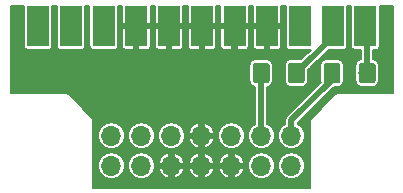
<source format=gbr>
G04 #@! TF.GenerationSoftware,KiCad,Pcbnew,(5.1.2-1)-1*
G04 #@! TF.CreationDate,2019-11-24T12:47:18+01:00*
G04 #@! TF.ProjectId,Amiga_DB23_RGBS_out,416d6967-615f-4444-9232-335f52474253,rev?*
G04 #@! TF.SameCoordinates,Original*
G04 #@! TF.FileFunction,Copper,L2,Bot*
G04 #@! TF.FilePolarity,Positive*
%FSLAX46Y46*%
G04 Gerber Fmt 4.6, Leading zero omitted, Abs format (unit mm)*
G04 Created by KiCad (PCBNEW (5.1.2-1)-1) date 2019-11-24 12:47:18*
%MOMM*%
%LPD*%
G04 APERTURE LIST*
%ADD10C,0.100000*%
%ADD11C,1.425000*%
%ADD12O,1.700000X1.700000*%
%ADD13R,1.846667X3.480000*%
%ADD14C,0.508000*%
%ADD15C,0.152400*%
G04 APERTURE END LIST*
D10*
G36*
X118012004Y-55126204D02*
G01*
X118036273Y-55129804D01*
X118060071Y-55135765D01*
X118083171Y-55144030D01*
X118105349Y-55154520D01*
X118126393Y-55167133D01*
X118146098Y-55181747D01*
X118164277Y-55198223D01*
X118180753Y-55216402D01*
X118195367Y-55236107D01*
X118207980Y-55257151D01*
X118218470Y-55279329D01*
X118226735Y-55302429D01*
X118232696Y-55326227D01*
X118236296Y-55350496D01*
X118237500Y-55375000D01*
X118237500Y-56625000D01*
X118236296Y-56649504D01*
X118232696Y-56673773D01*
X118226735Y-56697571D01*
X118218470Y-56720671D01*
X118207980Y-56742849D01*
X118195367Y-56763893D01*
X118180753Y-56783598D01*
X118164277Y-56801777D01*
X118146098Y-56818253D01*
X118126393Y-56832867D01*
X118105349Y-56845480D01*
X118083171Y-56855970D01*
X118060071Y-56864235D01*
X118036273Y-56870196D01*
X118012004Y-56873796D01*
X117987500Y-56875000D01*
X117062500Y-56875000D01*
X117037996Y-56873796D01*
X117013727Y-56870196D01*
X116989929Y-56864235D01*
X116966829Y-56855970D01*
X116944651Y-56845480D01*
X116923607Y-56832867D01*
X116903902Y-56818253D01*
X116885723Y-56801777D01*
X116869247Y-56783598D01*
X116854633Y-56763893D01*
X116842020Y-56742849D01*
X116831530Y-56720671D01*
X116823265Y-56697571D01*
X116817304Y-56673773D01*
X116813704Y-56649504D01*
X116812500Y-56625000D01*
X116812500Y-55375000D01*
X116813704Y-55350496D01*
X116817304Y-55326227D01*
X116823265Y-55302429D01*
X116831530Y-55279329D01*
X116842020Y-55257151D01*
X116854633Y-55236107D01*
X116869247Y-55216402D01*
X116885723Y-55198223D01*
X116903902Y-55181747D01*
X116923607Y-55167133D01*
X116944651Y-55154520D01*
X116966829Y-55144030D01*
X116989929Y-55135765D01*
X117013727Y-55129804D01*
X117037996Y-55126204D01*
X117062500Y-55125000D01*
X117987500Y-55125000D01*
X118012004Y-55126204D01*
X118012004Y-55126204D01*
G37*
D11*
X117525000Y-56000000D03*
D10*
G36*
X120987004Y-55126204D02*
G01*
X121011273Y-55129804D01*
X121035071Y-55135765D01*
X121058171Y-55144030D01*
X121080349Y-55154520D01*
X121101393Y-55167133D01*
X121121098Y-55181747D01*
X121139277Y-55198223D01*
X121155753Y-55216402D01*
X121170367Y-55236107D01*
X121182980Y-55257151D01*
X121193470Y-55279329D01*
X121201735Y-55302429D01*
X121207696Y-55326227D01*
X121211296Y-55350496D01*
X121212500Y-55375000D01*
X121212500Y-56625000D01*
X121211296Y-56649504D01*
X121207696Y-56673773D01*
X121201735Y-56697571D01*
X121193470Y-56720671D01*
X121182980Y-56742849D01*
X121170367Y-56763893D01*
X121155753Y-56783598D01*
X121139277Y-56801777D01*
X121121098Y-56818253D01*
X121101393Y-56832867D01*
X121080349Y-56845480D01*
X121058171Y-56855970D01*
X121035071Y-56864235D01*
X121011273Y-56870196D01*
X120987004Y-56873796D01*
X120962500Y-56875000D01*
X120037500Y-56875000D01*
X120012996Y-56873796D01*
X119988727Y-56870196D01*
X119964929Y-56864235D01*
X119941829Y-56855970D01*
X119919651Y-56845480D01*
X119898607Y-56832867D01*
X119878902Y-56818253D01*
X119860723Y-56801777D01*
X119844247Y-56783598D01*
X119829633Y-56763893D01*
X119817020Y-56742849D01*
X119806530Y-56720671D01*
X119798265Y-56697571D01*
X119792304Y-56673773D01*
X119788704Y-56649504D01*
X119787500Y-56625000D01*
X119787500Y-55375000D01*
X119788704Y-55350496D01*
X119792304Y-55326227D01*
X119798265Y-55302429D01*
X119806530Y-55279329D01*
X119817020Y-55257151D01*
X119829633Y-55236107D01*
X119844247Y-55216402D01*
X119860723Y-55198223D01*
X119878902Y-55181747D01*
X119898607Y-55167133D01*
X119919651Y-55154520D01*
X119941829Y-55144030D01*
X119964929Y-55135765D01*
X119988727Y-55129804D01*
X120012996Y-55126204D01*
X120037500Y-55125000D01*
X120962500Y-55125000D01*
X120987004Y-55126204D01*
X120987004Y-55126204D01*
G37*
D11*
X120500000Y-56000000D03*
D10*
G36*
X112012004Y-55126204D02*
G01*
X112036273Y-55129804D01*
X112060071Y-55135765D01*
X112083171Y-55144030D01*
X112105349Y-55154520D01*
X112126393Y-55167133D01*
X112146098Y-55181747D01*
X112164277Y-55198223D01*
X112180753Y-55216402D01*
X112195367Y-55236107D01*
X112207980Y-55257151D01*
X112218470Y-55279329D01*
X112226735Y-55302429D01*
X112232696Y-55326227D01*
X112236296Y-55350496D01*
X112237500Y-55375000D01*
X112237500Y-56625000D01*
X112236296Y-56649504D01*
X112232696Y-56673773D01*
X112226735Y-56697571D01*
X112218470Y-56720671D01*
X112207980Y-56742849D01*
X112195367Y-56763893D01*
X112180753Y-56783598D01*
X112164277Y-56801777D01*
X112146098Y-56818253D01*
X112126393Y-56832867D01*
X112105349Y-56845480D01*
X112083171Y-56855970D01*
X112060071Y-56864235D01*
X112036273Y-56870196D01*
X112012004Y-56873796D01*
X111987500Y-56875000D01*
X111062500Y-56875000D01*
X111037996Y-56873796D01*
X111013727Y-56870196D01*
X110989929Y-56864235D01*
X110966829Y-56855970D01*
X110944651Y-56845480D01*
X110923607Y-56832867D01*
X110903902Y-56818253D01*
X110885723Y-56801777D01*
X110869247Y-56783598D01*
X110854633Y-56763893D01*
X110842020Y-56742849D01*
X110831530Y-56720671D01*
X110823265Y-56697571D01*
X110817304Y-56673773D01*
X110813704Y-56649504D01*
X110812500Y-56625000D01*
X110812500Y-55375000D01*
X110813704Y-55350496D01*
X110817304Y-55326227D01*
X110823265Y-55302429D01*
X110831530Y-55279329D01*
X110842020Y-55257151D01*
X110854633Y-55236107D01*
X110869247Y-55216402D01*
X110885723Y-55198223D01*
X110903902Y-55181747D01*
X110923607Y-55167133D01*
X110944651Y-55154520D01*
X110966829Y-55144030D01*
X110989929Y-55135765D01*
X111013727Y-55129804D01*
X111037996Y-55126204D01*
X111062500Y-55125000D01*
X111987500Y-55125000D01*
X112012004Y-55126204D01*
X112012004Y-55126204D01*
G37*
D11*
X111525000Y-56000000D03*
D10*
G36*
X114987004Y-55126204D02*
G01*
X115011273Y-55129804D01*
X115035071Y-55135765D01*
X115058171Y-55144030D01*
X115080349Y-55154520D01*
X115101393Y-55167133D01*
X115121098Y-55181747D01*
X115139277Y-55198223D01*
X115155753Y-55216402D01*
X115170367Y-55236107D01*
X115182980Y-55257151D01*
X115193470Y-55279329D01*
X115201735Y-55302429D01*
X115207696Y-55326227D01*
X115211296Y-55350496D01*
X115212500Y-55375000D01*
X115212500Y-56625000D01*
X115211296Y-56649504D01*
X115207696Y-56673773D01*
X115201735Y-56697571D01*
X115193470Y-56720671D01*
X115182980Y-56742849D01*
X115170367Y-56763893D01*
X115155753Y-56783598D01*
X115139277Y-56801777D01*
X115121098Y-56818253D01*
X115101393Y-56832867D01*
X115080349Y-56845480D01*
X115058171Y-56855970D01*
X115035071Y-56864235D01*
X115011273Y-56870196D01*
X114987004Y-56873796D01*
X114962500Y-56875000D01*
X114037500Y-56875000D01*
X114012996Y-56873796D01*
X113988727Y-56870196D01*
X113964929Y-56864235D01*
X113941829Y-56855970D01*
X113919651Y-56845480D01*
X113898607Y-56832867D01*
X113878902Y-56818253D01*
X113860723Y-56801777D01*
X113844247Y-56783598D01*
X113829633Y-56763893D01*
X113817020Y-56742849D01*
X113806530Y-56720671D01*
X113798265Y-56697571D01*
X113792304Y-56673773D01*
X113788704Y-56649504D01*
X113787500Y-56625000D01*
X113787500Y-55375000D01*
X113788704Y-55350496D01*
X113792304Y-55326227D01*
X113798265Y-55302429D01*
X113806530Y-55279329D01*
X113817020Y-55257151D01*
X113829633Y-55236107D01*
X113844247Y-55216402D01*
X113860723Y-55198223D01*
X113878902Y-55181747D01*
X113898607Y-55167133D01*
X113919651Y-55154520D01*
X113941829Y-55144030D01*
X113964929Y-55135765D01*
X113988727Y-55129804D01*
X114012996Y-55126204D01*
X114037500Y-55125000D01*
X114962500Y-55125000D01*
X114987004Y-55126204D01*
X114987004Y-55126204D01*
G37*
D11*
X114500000Y-56000000D03*
D12*
X114090000Y-61310000D03*
X114090000Y-63850000D03*
X111550000Y-61310000D03*
X111550000Y-63850000D03*
X109010000Y-61310000D03*
X109010000Y-63850000D03*
X106470000Y-61310000D03*
X106470000Y-63850000D03*
X103930000Y-61310000D03*
X103930000Y-63850000D03*
X101390000Y-61310000D03*
X101390000Y-63850000D03*
X98850000Y-61310000D03*
X98850000Y-63850000D03*
D13*
X92650000Y-52000000D03*
X95420000Y-52000000D03*
X98190000Y-52000000D03*
X100960000Y-52000000D03*
X103730000Y-52000000D03*
X106500000Y-52000000D03*
X109270000Y-52000000D03*
X112040000Y-52000000D03*
X114810000Y-52000000D03*
X117580000Y-52000000D03*
X120350000Y-52000000D03*
D14*
X111525000Y-61385000D02*
X111600000Y-61460000D01*
X111525000Y-61285000D02*
X111550000Y-61310000D01*
X111525000Y-56000000D02*
X111525000Y-61285000D01*
X114090000Y-60010000D02*
X114090000Y-61310000D01*
X117525000Y-56575000D02*
X114090000Y-60010000D01*
X117525000Y-56000000D02*
X117525000Y-56575000D01*
X115271347Y-55228653D02*
X114500000Y-56000000D01*
X117580000Y-52920000D02*
X115271347Y-55228653D01*
X117580000Y-52000000D02*
X117580000Y-52920000D01*
X120350000Y-55637500D02*
X119987500Y-56000000D01*
X120500000Y-52150000D02*
X120350000Y-52000000D01*
X120500000Y-56000000D02*
X120500000Y-52150000D01*
D15*
G36*
X91446117Y-53740000D02*
G01*
X91451508Y-53794733D01*
X91467473Y-53847362D01*
X91493398Y-53895865D01*
X91528288Y-53938379D01*
X91570802Y-53973269D01*
X91619305Y-53999194D01*
X91671934Y-54015159D01*
X91726667Y-54020550D01*
X93573333Y-54020550D01*
X93628066Y-54015159D01*
X93680695Y-53999194D01*
X93729198Y-53973269D01*
X93771712Y-53938379D01*
X93806602Y-53895865D01*
X93832527Y-53847362D01*
X93848492Y-53794733D01*
X93853883Y-53740000D01*
X93853883Y-50304200D01*
X94216117Y-50304200D01*
X94216117Y-53740000D01*
X94221508Y-53794733D01*
X94237473Y-53847362D01*
X94263398Y-53895865D01*
X94298288Y-53938379D01*
X94340802Y-53973269D01*
X94389305Y-53999194D01*
X94441934Y-54015159D01*
X94496667Y-54020550D01*
X96343333Y-54020550D01*
X96398066Y-54015159D01*
X96450695Y-53999194D01*
X96499198Y-53973269D01*
X96541712Y-53938379D01*
X96576602Y-53895865D01*
X96602527Y-53847362D01*
X96618492Y-53794733D01*
X96623883Y-53740000D01*
X96623883Y-50304200D01*
X96986117Y-50304200D01*
X96986117Y-53740000D01*
X96991508Y-53794733D01*
X97007473Y-53847362D01*
X97033398Y-53895865D01*
X97068288Y-53938379D01*
X97110802Y-53973269D01*
X97159305Y-53999194D01*
X97211934Y-54015159D01*
X97266667Y-54020550D01*
X99113333Y-54020550D01*
X99168066Y-54015159D01*
X99220695Y-53999194D01*
X99269198Y-53973269D01*
X99311712Y-53938379D01*
X99346602Y-53895865D01*
X99372527Y-53847362D01*
X99388492Y-53794733D01*
X99393883Y-53740000D01*
X99756116Y-53740000D01*
X99761507Y-53794733D01*
X99777472Y-53847362D01*
X99803397Y-53895866D01*
X99838287Y-53938380D01*
X99880801Y-53973270D01*
X99929305Y-53999195D01*
X99981934Y-54015160D01*
X100036667Y-54020551D01*
X100712400Y-54019200D01*
X100782200Y-53949400D01*
X100782200Y-52177800D01*
X101137800Y-52177800D01*
X101137800Y-53949400D01*
X101207600Y-54019200D01*
X101883333Y-54020551D01*
X101938066Y-54015160D01*
X101990695Y-53999195D01*
X102039199Y-53973270D01*
X102081713Y-53938380D01*
X102116603Y-53895866D01*
X102142528Y-53847362D01*
X102158493Y-53794733D01*
X102163884Y-53740000D01*
X102526116Y-53740000D01*
X102531507Y-53794733D01*
X102547472Y-53847362D01*
X102573397Y-53895866D01*
X102608287Y-53938380D01*
X102650801Y-53973270D01*
X102699305Y-53999195D01*
X102751934Y-54015160D01*
X102806667Y-54020551D01*
X103482400Y-54019200D01*
X103552200Y-53949400D01*
X103552200Y-52177800D01*
X103907800Y-52177800D01*
X103907800Y-53949400D01*
X103977600Y-54019200D01*
X104653333Y-54020551D01*
X104708066Y-54015160D01*
X104760695Y-53999195D01*
X104809199Y-53973270D01*
X104851713Y-53938380D01*
X104886603Y-53895866D01*
X104912528Y-53847362D01*
X104928493Y-53794733D01*
X104933884Y-53740000D01*
X105296116Y-53740000D01*
X105301507Y-53794733D01*
X105317472Y-53847362D01*
X105343397Y-53895866D01*
X105378287Y-53938380D01*
X105420801Y-53973270D01*
X105469305Y-53999195D01*
X105521934Y-54015160D01*
X105576667Y-54020551D01*
X106252400Y-54019200D01*
X106322200Y-53949400D01*
X106322200Y-52177800D01*
X106677800Y-52177800D01*
X106677800Y-53949400D01*
X106747600Y-54019200D01*
X107423333Y-54020551D01*
X107478066Y-54015160D01*
X107530695Y-53999195D01*
X107579199Y-53973270D01*
X107621713Y-53938380D01*
X107656603Y-53895866D01*
X107682528Y-53847362D01*
X107698493Y-53794733D01*
X107703884Y-53740000D01*
X108066116Y-53740000D01*
X108071507Y-53794733D01*
X108087472Y-53847362D01*
X108113397Y-53895866D01*
X108148287Y-53938380D01*
X108190801Y-53973270D01*
X108239305Y-53999195D01*
X108291934Y-54015160D01*
X108346667Y-54020551D01*
X109022400Y-54019200D01*
X109092200Y-53949400D01*
X109092200Y-52177800D01*
X109447800Y-52177800D01*
X109447800Y-53949400D01*
X109517600Y-54019200D01*
X110193333Y-54020551D01*
X110248066Y-54015160D01*
X110300695Y-53999195D01*
X110349199Y-53973270D01*
X110391713Y-53938380D01*
X110426603Y-53895866D01*
X110452528Y-53847362D01*
X110468493Y-53794733D01*
X110473884Y-53740000D01*
X110836116Y-53740000D01*
X110841507Y-53794733D01*
X110857472Y-53847362D01*
X110883397Y-53895866D01*
X110918287Y-53938380D01*
X110960801Y-53973270D01*
X111009305Y-53999195D01*
X111061934Y-54015160D01*
X111116667Y-54020551D01*
X111792400Y-54019200D01*
X111862200Y-53949400D01*
X111862200Y-52177800D01*
X112217800Y-52177800D01*
X112217800Y-53949400D01*
X112287600Y-54019200D01*
X112963333Y-54020551D01*
X113018066Y-54015160D01*
X113070695Y-53999195D01*
X113119199Y-53973270D01*
X113161713Y-53938380D01*
X113196603Y-53895866D01*
X113222528Y-53847362D01*
X113238493Y-53794733D01*
X113243884Y-53740000D01*
X113242533Y-52247600D01*
X113172733Y-52177800D01*
X112217800Y-52177800D01*
X111862200Y-52177800D01*
X110907267Y-52177800D01*
X110837467Y-52247600D01*
X110836116Y-53740000D01*
X110473884Y-53740000D01*
X110472533Y-52247600D01*
X110402733Y-52177800D01*
X109447800Y-52177800D01*
X109092200Y-52177800D01*
X108137267Y-52177800D01*
X108067467Y-52247600D01*
X108066116Y-53740000D01*
X107703884Y-53740000D01*
X107702533Y-52247600D01*
X107632733Y-52177800D01*
X106677800Y-52177800D01*
X106322200Y-52177800D01*
X105367267Y-52177800D01*
X105297467Y-52247600D01*
X105296116Y-53740000D01*
X104933884Y-53740000D01*
X104932533Y-52247600D01*
X104862733Y-52177800D01*
X103907800Y-52177800D01*
X103552200Y-52177800D01*
X102597267Y-52177800D01*
X102527467Y-52247600D01*
X102526116Y-53740000D01*
X102163884Y-53740000D01*
X102162533Y-52247600D01*
X102092733Y-52177800D01*
X101137800Y-52177800D01*
X100782200Y-52177800D01*
X99827267Y-52177800D01*
X99757467Y-52247600D01*
X99756116Y-53740000D01*
X99393883Y-53740000D01*
X99393883Y-50304200D01*
X99756156Y-50304200D01*
X99757467Y-51752400D01*
X99827267Y-51822200D01*
X100782200Y-51822200D01*
X100782200Y-51802200D01*
X101137800Y-51802200D01*
X101137800Y-51822200D01*
X102092733Y-51822200D01*
X102162533Y-51752400D01*
X102163844Y-50304200D01*
X102526156Y-50304200D01*
X102527467Y-51752400D01*
X102597267Y-51822200D01*
X103552200Y-51822200D01*
X103552200Y-51802200D01*
X103907800Y-51802200D01*
X103907800Y-51822200D01*
X104862733Y-51822200D01*
X104932533Y-51752400D01*
X104933844Y-50304200D01*
X105296156Y-50304200D01*
X105297467Y-51752400D01*
X105367267Y-51822200D01*
X106322200Y-51822200D01*
X106322200Y-51802200D01*
X106677800Y-51802200D01*
X106677800Y-51822200D01*
X107632733Y-51822200D01*
X107702533Y-51752400D01*
X107703844Y-50304200D01*
X108066156Y-50304200D01*
X108067467Y-51752400D01*
X108137267Y-51822200D01*
X109092200Y-51822200D01*
X109092200Y-51802200D01*
X109447800Y-51802200D01*
X109447800Y-51822200D01*
X110402733Y-51822200D01*
X110472533Y-51752400D01*
X110473844Y-50304200D01*
X110836156Y-50304200D01*
X110837467Y-51752400D01*
X110907267Y-51822200D01*
X111862200Y-51822200D01*
X111862200Y-51802200D01*
X112217800Y-51802200D01*
X112217800Y-51822200D01*
X113172733Y-51822200D01*
X113242533Y-51752400D01*
X113243844Y-50304200D01*
X113606117Y-50304200D01*
X113606117Y-53740000D01*
X113611508Y-53794733D01*
X113627473Y-53847362D01*
X113653398Y-53895865D01*
X113688288Y-53938379D01*
X113730802Y-53973269D01*
X113779305Y-53999194D01*
X113831934Y-54015159D01*
X113886667Y-54020550D01*
X115725392Y-54020550D01*
X114912843Y-54833100D01*
X114912832Y-54833109D01*
X114901491Y-54844450D01*
X114037500Y-54844450D01*
X113933995Y-54854644D01*
X113834467Y-54884836D01*
X113742742Y-54933864D01*
X113662344Y-54999844D01*
X113596364Y-55080242D01*
X113547336Y-55171967D01*
X113517144Y-55271495D01*
X113506950Y-55375000D01*
X113506950Y-56625000D01*
X113517144Y-56728505D01*
X113547336Y-56828033D01*
X113596364Y-56919758D01*
X113662344Y-57000156D01*
X113742742Y-57066136D01*
X113834467Y-57115164D01*
X113933995Y-57145356D01*
X114037500Y-57155550D01*
X114962500Y-57155550D01*
X115066005Y-57145356D01*
X115165533Y-57115164D01*
X115257258Y-57066136D01*
X115337656Y-57000156D01*
X115403636Y-56919758D01*
X115452664Y-56828033D01*
X115482856Y-56728505D01*
X115493050Y-56625000D01*
X115493050Y-55761009D01*
X115666891Y-55587168D01*
X115666900Y-55587157D01*
X117233508Y-54020550D01*
X118503333Y-54020550D01*
X118558066Y-54015159D01*
X118610695Y-53999194D01*
X118659198Y-53973269D01*
X118701712Y-53938379D01*
X118736602Y-53895865D01*
X118762527Y-53847362D01*
X118778492Y-53794733D01*
X118783883Y-53740000D01*
X118783883Y-50304200D01*
X119146117Y-50304200D01*
X119146117Y-53740000D01*
X119151508Y-53794733D01*
X119167473Y-53847362D01*
X119193398Y-53895865D01*
X119228288Y-53938379D01*
X119270802Y-53973269D01*
X119319305Y-53999194D01*
X119371934Y-54015159D01*
X119426667Y-54020550D01*
X119966801Y-54020550D01*
X119966800Y-54851413D01*
X119933995Y-54854644D01*
X119834467Y-54884836D01*
X119742742Y-54933864D01*
X119662344Y-54999844D01*
X119596364Y-55080242D01*
X119547336Y-55171967D01*
X119517144Y-55271495D01*
X119506950Y-55375000D01*
X119506950Y-55767943D01*
X119492505Y-55794967D01*
X119462016Y-55895475D01*
X119451721Y-56000000D01*
X119462016Y-56104525D01*
X119492505Y-56205033D01*
X119506950Y-56232057D01*
X119506950Y-56625000D01*
X119517144Y-56728505D01*
X119547336Y-56828033D01*
X119596364Y-56919758D01*
X119662344Y-57000156D01*
X119742742Y-57066136D01*
X119834467Y-57115164D01*
X119933995Y-57145356D01*
X120037500Y-57155550D01*
X120962500Y-57155550D01*
X121066005Y-57145356D01*
X121165533Y-57115164D01*
X121257258Y-57066136D01*
X121337656Y-57000156D01*
X121403636Y-56919758D01*
X121452664Y-56828033D01*
X121482856Y-56728505D01*
X121493050Y-56625000D01*
X121493050Y-55375000D01*
X121482856Y-55271495D01*
X121452664Y-55171967D01*
X121403636Y-55080242D01*
X121337656Y-54999844D01*
X121257258Y-54933864D01*
X121165533Y-54884836D01*
X121066005Y-54854644D01*
X121033200Y-54851413D01*
X121033200Y-54020550D01*
X121273333Y-54020550D01*
X121328066Y-54015159D01*
X121380695Y-53999194D01*
X121429198Y-53973269D01*
X121471712Y-53938379D01*
X121506602Y-53895865D01*
X121532527Y-53847362D01*
X121548492Y-53794733D01*
X121553883Y-53740000D01*
X121553883Y-50304200D01*
X122695800Y-50304200D01*
X122695801Y-57695800D01*
X118014925Y-57695800D01*
X117999999Y-57694330D01*
X117985073Y-57695800D01*
X117985064Y-57695800D01*
X117940367Y-57700202D01*
X117883025Y-57717597D01*
X117858424Y-57730746D01*
X117830177Y-57745844D01*
X117795459Y-57774337D01*
X117783858Y-57783858D01*
X117774338Y-57795458D01*
X115795463Y-59774334D01*
X115783858Y-59783858D01*
X115774337Y-59795460D01*
X115745844Y-59830178D01*
X115730746Y-59858425D01*
X115717597Y-59883026D01*
X115700202Y-59940368D01*
X115695800Y-59985065D01*
X115695800Y-59985074D01*
X115694330Y-60000000D01*
X115695800Y-60014926D01*
X115695801Y-65695800D01*
X97304200Y-65695800D01*
X97304200Y-63850000D01*
X97715337Y-63850000D01*
X97737139Y-64071362D01*
X97801708Y-64284217D01*
X97906562Y-64480385D01*
X98047672Y-64652328D01*
X98219615Y-64793438D01*
X98415783Y-64898292D01*
X98628638Y-64962861D01*
X98794533Y-64979200D01*
X98905467Y-64979200D01*
X99071362Y-64962861D01*
X99284217Y-64898292D01*
X99480385Y-64793438D01*
X99652328Y-64652328D01*
X99793438Y-64480385D01*
X99898292Y-64284217D01*
X99962861Y-64071362D01*
X99984663Y-63850000D01*
X100255337Y-63850000D01*
X100277139Y-64071362D01*
X100341708Y-64284217D01*
X100446562Y-64480385D01*
X100587672Y-64652328D01*
X100759615Y-64793438D01*
X100955783Y-64898292D01*
X101168638Y-64962861D01*
X101334533Y-64979200D01*
X101445467Y-64979200D01*
X101611362Y-64962861D01*
X101824217Y-64898292D01*
X102020385Y-64793438D01*
X102192328Y-64652328D01*
X102333438Y-64480385D01*
X102438292Y-64284217D01*
X102463822Y-64200055D01*
X102856420Y-64200055D01*
X102945341Y-64402774D01*
X103072102Y-64584250D01*
X103231831Y-64737509D01*
X103418391Y-64856662D01*
X103579947Y-64923571D01*
X103752200Y-64894373D01*
X103752200Y-64027800D01*
X104107800Y-64027800D01*
X104107800Y-64894373D01*
X104280053Y-64923571D01*
X104441609Y-64856662D01*
X104628169Y-64737509D01*
X104787898Y-64584250D01*
X104914659Y-64402774D01*
X105003580Y-64200055D01*
X105396420Y-64200055D01*
X105485341Y-64402774D01*
X105612102Y-64584250D01*
X105771831Y-64737509D01*
X105958391Y-64856662D01*
X106119947Y-64923571D01*
X106292200Y-64894373D01*
X106292200Y-64027800D01*
X106647800Y-64027800D01*
X106647800Y-64894373D01*
X106820053Y-64923571D01*
X106981609Y-64856662D01*
X107168169Y-64737509D01*
X107327898Y-64584250D01*
X107454659Y-64402774D01*
X107543580Y-64200055D01*
X107936420Y-64200055D01*
X108025341Y-64402774D01*
X108152102Y-64584250D01*
X108311831Y-64737509D01*
X108498391Y-64856662D01*
X108659947Y-64923571D01*
X108832200Y-64894373D01*
X108832200Y-64027800D01*
X109187800Y-64027800D01*
X109187800Y-64894373D01*
X109360053Y-64923571D01*
X109521609Y-64856662D01*
X109708169Y-64737509D01*
X109867898Y-64584250D01*
X109994659Y-64402774D01*
X110083580Y-64200055D01*
X110055323Y-64027800D01*
X109187800Y-64027800D01*
X108832200Y-64027800D01*
X107964677Y-64027800D01*
X107936420Y-64200055D01*
X107543580Y-64200055D01*
X107515323Y-64027800D01*
X106647800Y-64027800D01*
X106292200Y-64027800D01*
X105424677Y-64027800D01*
X105396420Y-64200055D01*
X105003580Y-64200055D01*
X104975323Y-64027800D01*
X104107800Y-64027800D01*
X103752200Y-64027800D01*
X102884677Y-64027800D01*
X102856420Y-64200055D01*
X102463822Y-64200055D01*
X102502861Y-64071362D01*
X102524663Y-63850000D01*
X110415337Y-63850000D01*
X110437139Y-64071362D01*
X110501708Y-64284217D01*
X110606562Y-64480385D01*
X110747672Y-64652328D01*
X110919615Y-64793438D01*
X111115783Y-64898292D01*
X111328638Y-64962861D01*
X111494533Y-64979200D01*
X111605467Y-64979200D01*
X111771362Y-64962861D01*
X111984217Y-64898292D01*
X112180385Y-64793438D01*
X112352328Y-64652328D01*
X112493438Y-64480385D01*
X112598292Y-64284217D01*
X112662861Y-64071362D01*
X112684663Y-63850000D01*
X112955337Y-63850000D01*
X112977139Y-64071362D01*
X113041708Y-64284217D01*
X113146562Y-64480385D01*
X113287672Y-64652328D01*
X113459615Y-64793438D01*
X113655783Y-64898292D01*
X113868638Y-64962861D01*
X114034533Y-64979200D01*
X114145467Y-64979200D01*
X114311362Y-64962861D01*
X114524217Y-64898292D01*
X114720385Y-64793438D01*
X114892328Y-64652328D01*
X115033438Y-64480385D01*
X115138292Y-64284217D01*
X115202861Y-64071362D01*
X115224663Y-63850000D01*
X115202861Y-63628638D01*
X115138292Y-63415783D01*
X115033438Y-63219615D01*
X114892328Y-63047672D01*
X114720385Y-62906562D01*
X114524217Y-62801708D01*
X114311362Y-62737139D01*
X114145467Y-62720800D01*
X114034533Y-62720800D01*
X113868638Y-62737139D01*
X113655783Y-62801708D01*
X113459615Y-62906562D01*
X113287672Y-63047672D01*
X113146562Y-63219615D01*
X113041708Y-63415783D01*
X112977139Y-63628638D01*
X112955337Y-63850000D01*
X112684663Y-63850000D01*
X112662861Y-63628638D01*
X112598292Y-63415783D01*
X112493438Y-63219615D01*
X112352328Y-63047672D01*
X112180385Y-62906562D01*
X111984217Y-62801708D01*
X111771362Y-62737139D01*
X111605467Y-62720800D01*
X111494533Y-62720800D01*
X111328638Y-62737139D01*
X111115783Y-62801708D01*
X110919615Y-62906562D01*
X110747672Y-63047672D01*
X110606562Y-63219615D01*
X110501708Y-63415783D01*
X110437139Y-63628638D01*
X110415337Y-63850000D01*
X102524663Y-63850000D01*
X102502861Y-63628638D01*
X102463823Y-63499945D01*
X102856420Y-63499945D01*
X102884677Y-63672200D01*
X103752200Y-63672200D01*
X103752200Y-62805627D01*
X104107800Y-62805627D01*
X104107800Y-63672200D01*
X104975323Y-63672200D01*
X105003580Y-63499945D01*
X105396420Y-63499945D01*
X105424677Y-63672200D01*
X106292200Y-63672200D01*
X106292200Y-62805627D01*
X106647800Y-62805627D01*
X106647800Y-63672200D01*
X107515323Y-63672200D01*
X107543580Y-63499945D01*
X107936420Y-63499945D01*
X107964677Y-63672200D01*
X108832200Y-63672200D01*
X108832200Y-62805627D01*
X109187800Y-62805627D01*
X109187800Y-63672200D01*
X110055323Y-63672200D01*
X110083580Y-63499945D01*
X109994659Y-63297226D01*
X109867898Y-63115750D01*
X109708169Y-62962491D01*
X109521609Y-62843338D01*
X109360053Y-62776429D01*
X109187800Y-62805627D01*
X108832200Y-62805627D01*
X108659947Y-62776429D01*
X108498391Y-62843338D01*
X108311831Y-62962491D01*
X108152102Y-63115750D01*
X108025341Y-63297226D01*
X107936420Y-63499945D01*
X107543580Y-63499945D01*
X107454659Y-63297226D01*
X107327898Y-63115750D01*
X107168169Y-62962491D01*
X106981609Y-62843338D01*
X106820053Y-62776429D01*
X106647800Y-62805627D01*
X106292200Y-62805627D01*
X106119947Y-62776429D01*
X105958391Y-62843338D01*
X105771831Y-62962491D01*
X105612102Y-63115750D01*
X105485341Y-63297226D01*
X105396420Y-63499945D01*
X105003580Y-63499945D01*
X104914659Y-63297226D01*
X104787898Y-63115750D01*
X104628169Y-62962491D01*
X104441609Y-62843338D01*
X104280053Y-62776429D01*
X104107800Y-62805627D01*
X103752200Y-62805627D01*
X103579947Y-62776429D01*
X103418391Y-62843338D01*
X103231831Y-62962491D01*
X103072102Y-63115750D01*
X102945341Y-63297226D01*
X102856420Y-63499945D01*
X102463823Y-63499945D01*
X102438292Y-63415783D01*
X102333438Y-63219615D01*
X102192328Y-63047672D01*
X102020385Y-62906562D01*
X101824217Y-62801708D01*
X101611362Y-62737139D01*
X101445467Y-62720800D01*
X101334533Y-62720800D01*
X101168638Y-62737139D01*
X100955783Y-62801708D01*
X100759615Y-62906562D01*
X100587672Y-63047672D01*
X100446562Y-63219615D01*
X100341708Y-63415783D01*
X100277139Y-63628638D01*
X100255337Y-63850000D01*
X99984663Y-63850000D01*
X99962861Y-63628638D01*
X99898292Y-63415783D01*
X99793438Y-63219615D01*
X99652328Y-63047672D01*
X99480385Y-62906562D01*
X99284217Y-62801708D01*
X99071362Y-62737139D01*
X98905467Y-62720800D01*
X98794533Y-62720800D01*
X98628638Y-62737139D01*
X98415783Y-62801708D01*
X98219615Y-62906562D01*
X98047672Y-63047672D01*
X97906562Y-63219615D01*
X97801708Y-63415783D01*
X97737139Y-63628638D01*
X97715337Y-63850000D01*
X97304200Y-63850000D01*
X97304200Y-61310000D01*
X97715337Y-61310000D01*
X97737139Y-61531362D01*
X97801708Y-61744217D01*
X97906562Y-61940385D01*
X98047672Y-62112328D01*
X98219615Y-62253438D01*
X98415783Y-62358292D01*
X98628638Y-62422861D01*
X98794533Y-62439200D01*
X98905467Y-62439200D01*
X99071362Y-62422861D01*
X99284217Y-62358292D01*
X99480385Y-62253438D01*
X99652328Y-62112328D01*
X99793438Y-61940385D01*
X99898292Y-61744217D01*
X99962861Y-61531362D01*
X99984663Y-61310000D01*
X100255337Y-61310000D01*
X100277139Y-61531362D01*
X100341708Y-61744217D01*
X100446562Y-61940385D01*
X100587672Y-62112328D01*
X100759615Y-62253438D01*
X100955783Y-62358292D01*
X101168638Y-62422861D01*
X101334533Y-62439200D01*
X101445467Y-62439200D01*
X101611362Y-62422861D01*
X101824217Y-62358292D01*
X102020385Y-62253438D01*
X102192328Y-62112328D01*
X102333438Y-61940385D01*
X102438292Y-61744217D01*
X102502861Y-61531362D01*
X102524663Y-61310000D01*
X102795337Y-61310000D01*
X102817139Y-61531362D01*
X102881708Y-61744217D01*
X102986562Y-61940385D01*
X103127672Y-62112328D01*
X103299615Y-62253438D01*
X103495783Y-62358292D01*
X103708638Y-62422861D01*
X103874533Y-62439200D01*
X103985467Y-62439200D01*
X104151362Y-62422861D01*
X104364217Y-62358292D01*
X104560385Y-62253438D01*
X104732328Y-62112328D01*
X104873438Y-61940385D01*
X104978292Y-61744217D01*
X105003822Y-61660055D01*
X105396420Y-61660055D01*
X105485341Y-61862774D01*
X105612102Y-62044250D01*
X105771831Y-62197509D01*
X105958391Y-62316662D01*
X106119947Y-62383571D01*
X106292200Y-62354373D01*
X106292200Y-61487800D01*
X106647800Y-61487800D01*
X106647800Y-62354373D01*
X106820053Y-62383571D01*
X106981609Y-62316662D01*
X107168169Y-62197509D01*
X107327898Y-62044250D01*
X107454659Y-61862774D01*
X107543580Y-61660055D01*
X107515323Y-61487800D01*
X106647800Y-61487800D01*
X106292200Y-61487800D01*
X105424677Y-61487800D01*
X105396420Y-61660055D01*
X105003822Y-61660055D01*
X105042861Y-61531362D01*
X105064663Y-61310000D01*
X107875337Y-61310000D01*
X107897139Y-61531362D01*
X107961708Y-61744217D01*
X108066562Y-61940385D01*
X108207672Y-62112328D01*
X108379615Y-62253438D01*
X108575783Y-62358292D01*
X108788638Y-62422861D01*
X108954533Y-62439200D01*
X109065467Y-62439200D01*
X109231362Y-62422861D01*
X109444217Y-62358292D01*
X109640385Y-62253438D01*
X109812328Y-62112328D01*
X109953438Y-61940385D01*
X110058292Y-61744217D01*
X110122861Y-61531362D01*
X110144663Y-61310000D01*
X110415337Y-61310000D01*
X110437139Y-61531362D01*
X110501708Y-61744217D01*
X110606562Y-61940385D01*
X110747672Y-62112328D01*
X110919615Y-62253438D01*
X111115783Y-62358292D01*
X111328638Y-62422861D01*
X111494533Y-62439200D01*
X111605467Y-62439200D01*
X111771362Y-62422861D01*
X111984217Y-62358292D01*
X112180385Y-62253438D01*
X112352328Y-62112328D01*
X112493438Y-61940385D01*
X112598292Y-61744217D01*
X112662861Y-61531362D01*
X112684663Y-61310000D01*
X112955337Y-61310000D01*
X112977139Y-61531362D01*
X113041708Y-61744217D01*
X113146562Y-61940385D01*
X113287672Y-62112328D01*
X113459615Y-62253438D01*
X113655783Y-62358292D01*
X113868638Y-62422861D01*
X114034533Y-62439200D01*
X114145467Y-62439200D01*
X114311362Y-62422861D01*
X114524217Y-62358292D01*
X114720385Y-62253438D01*
X114892328Y-62112328D01*
X115033438Y-61940385D01*
X115138292Y-61744217D01*
X115202861Y-61531362D01*
X115224663Y-61310000D01*
X115202861Y-61088638D01*
X115138292Y-60875783D01*
X115033438Y-60679615D01*
X114892328Y-60507672D01*
X114720385Y-60366562D01*
X114623200Y-60314616D01*
X114623200Y-60230857D01*
X117698509Y-57155550D01*
X117987500Y-57155550D01*
X118091005Y-57145356D01*
X118190533Y-57115164D01*
X118282258Y-57066136D01*
X118362656Y-57000156D01*
X118428636Y-56919758D01*
X118477664Y-56828033D01*
X118507856Y-56728505D01*
X118518050Y-56625000D01*
X118518050Y-55375000D01*
X118507856Y-55271495D01*
X118477664Y-55171967D01*
X118428636Y-55080242D01*
X118362656Y-54999844D01*
X118282258Y-54933864D01*
X118190533Y-54884836D01*
X118091005Y-54854644D01*
X117987500Y-54844450D01*
X117062500Y-54844450D01*
X116958995Y-54854644D01*
X116859467Y-54884836D01*
X116767742Y-54933864D01*
X116687344Y-54999844D01*
X116621364Y-55080242D01*
X116572336Y-55171967D01*
X116542144Y-55271495D01*
X116531950Y-55375000D01*
X116531950Y-56625000D01*
X116542144Y-56728505D01*
X116559668Y-56786273D01*
X113731496Y-59614447D01*
X113711147Y-59631147D01*
X113644516Y-59712337D01*
X113606288Y-59783858D01*
X113595005Y-59804967D01*
X113564516Y-59905475D01*
X113554221Y-60010000D01*
X113556800Y-60036185D01*
X113556800Y-60314615D01*
X113459615Y-60366562D01*
X113287672Y-60507672D01*
X113146562Y-60679615D01*
X113041708Y-60875783D01*
X112977139Y-61088638D01*
X112955337Y-61310000D01*
X112684663Y-61310000D01*
X112662861Y-61088638D01*
X112598292Y-60875783D01*
X112493438Y-60679615D01*
X112352328Y-60507672D01*
X112180385Y-60366562D01*
X112058200Y-60301253D01*
X112058200Y-57148587D01*
X112091005Y-57145356D01*
X112190533Y-57115164D01*
X112282258Y-57066136D01*
X112362656Y-57000156D01*
X112428636Y-56919758D01*
X112477664Y-56828033D01*
X112507856Y-56728505D01*
X112518050Y-56625000D01*
X112518050Y-55375000D01*
X112507856Y-55271495D01*
X112477664Y-55171967D01*
X112428636Y-55080242D01*
X112362656Y-54999844D01*
X112282258Y-54933864D01*
X112190533Y-54884836D01*
X112091005Y-54854644D01*
X111987500Y-54844450D01*
X111062500Y-54844450D01*
X110958995Y-54854644D01*
X110859467Y-54884836D01*
X110767742Y-54933864D01*
X110687344Y-54999844D01*
X110621364Y-55080242D01*
X110572336Y-55171967D01*
X110542144Y-55271495D01*
X110531950Y-55375000D01*
X110531950Y-56625000D01*
X110542144Y-56728505D01*
X110572336Y-56828033D01*
X110621364Y-56919758D01*
X110687344Y-57000156D01*
X110767742Y-57066136D01*
X110859467Y-57115164D01*
X110958995Y-57145356D01*
X110991800Y-57148587D01*
X110991801Y-60327978D01*
X110919615Y-60366562D01*
X110747672Y-60507672D01*
X110606562Y-60679615D01*
X110501708Y-60875783D01*
X110437139Y-61088638D01*
X110415337Y-61310000D01*
X110144663Y-61310000D01*
X110122861Y-61088638D01*
X110058292Y-60875783D01*
X109953438Y-60679615D01*
X109812328Y-60507672D01*
X109640385Y-60366562D01*
X109444217Y-60261708D01*
X109231362Y-60197139D01*
X109065467Y-60180800D01*
X108954533Y-60180800D01*
X108788638Y-60197139D01*
X108575783Y-60261708D01*
X108379615Y-60366562D01*
X108207672Y-60507672D01*
X108066562Y-60679615D01*
X107961708Y-60875783D01*
X107897139Y-61088638D01*
X107875337Y-61310000D01*
X105064663Y-61310000D01*
X105042861Y-61088638D01*
X105003823Y-60959945D01*
X105396420Y-60959945D01*
X105424677Y-61132200D01*
X106292200Y-61132200D01*
X106292200Y-60265627D01*
X106647800Y-60265627D01*
X106647800Y-61132200D01*
X107515323Y-61132200D01*
X107543580Y-60959945D01*
X107454659Y-60757226D01*
X107327898Y-60575750D01*
X107168169Y-60422491D01*
X106981609Y-60303338D01*
X106820053Y-60236429D01*
X106647800Y-60265627D01*
X106292200Y-60265627D01*
X106119947Y-60236429D01*
X105958391Y-60303338D01*
X105771831Y-60422491D01*
X105612102Y-60575750D01*
X105485341Y-60757226D01*
X105396420Y-60959945D01*
X105003823Y-60959945D01*
X104978292Y-60875783D01*
X104873438Y-60679615D01*
X104732328Y-60507672D01*
X104560385Y-60366562D01*
X104364217Y-60261708D01*
X104151362Y-60197139D01*
X103985467Y-60180800D01*
X103874533Y-60180800D01*
X103708638Y-60197139D01*
X103495783Y-60261708D01*
X103299615Y-60366562D01*
X103127672Y-60507672D01*
X102986562Y-60679615D01*
X102881708Y-60875783D01*
X102817139Y-61088638D01*
X102795337Y-61310000D01*
X102524663Y-61310000D01*
X102502861Y-61088638D01*
X102438292Y-60875783D01*
X102333438Y-60679615D01*
X102192328Y-60507672D01*
X102020385Y-60366562D01*
X101824217Y-60261708D01*
X101611362Y-60197139D01*
X101445467Y-60180800D01*
X101334533Y-60180800D01*
X101168638Y-60197139D01*
X100955783Y-60261708D01*
X100759615Y-60366562D01*
X100587672Y-60507672D01*
X100446562Y-60679615D01*
X100341708Y-60875783D01*
X100277139Y-61088638D01*
X100255337Y-61310000D01*
X99984663Y-61310000D01*
X99962861Y-61088638D01*
X99898292Y-60875783D01*
X99793438Y-60679615D01*
X99652328Y-60507672D01*
X99480385Y-60366562D01*
X99284217Y-60261708D01*
X99071362Y-60197139D01*
X98905467Y-60180800D01*
X98794533Y-60180800D01*
X98628638Y-60197139D01*
X98415783Y-60261708D01*
X98219615Y-60366562D01*
X98047672Y-60507672D01*
X97906562Y-60679615D01*
X97801708Y-60875783D01*
X97737139Y-61088638D01*
X97715337Y-61310000D01*
X97304200Y-61310000D01*
X97304200Y-60014925D01*
X97305670Y-59999999D01*
X97304200Y-59985073D01*
X97304200Y-59985064D01*
X97299798Y-59940367D01*
X97282403Y-59883025D01*
X97254157Y-59830179D01*
X97254156Y-59830177D01*
X97225663Y-59795459D01*
X97225662Y-59795458D01*
X97216142Y-59783858D01*
X97204544Y-59774340D01*
X95225666Y-57795463D01*
X95216142Y-57783858D01*
X95169822Y-57745844D01*
X95116975Y-57717597D01*
X95059633Y-57700202D01*
X95014936Y-57695800D01*
X95014926Y-57695800D01*
X95000000Y-57694330D01*
X94985074Y-57695800D01*
X90304200Y-57695800D01*
X90304200Y-50304200D01*
X91446117Y-50304200D01*
X91446117Y-53740000D01*
X91446117Y-53740000D01*
G37*
X91446117Y-53740000D02*
X91451508Y-53794733D01*
X91467473Y-53847362D01*
X91493398Y-53895865D01*
X91528288Y-53938379D01*
X91570802Y-53973269D01*
X91619305Y-53999194D01*
X91671934Y-54015159D01*
X91726667Y-54020550D01*
X93573333Y-54020550D01*
X93628066Y-54015159D01*
X93680695Y-53999194D01*
X93729198Y-53973269D01*
X93771712Y-53938379D01*
X93806602Y-53895865D01*
X93832527Y-53847362D01*
X93848492Y-53794733D01*
X93853883Y-53740000D01*
X93853883Y-50304200D01*
X94216117Y-50304200D01*
X94216117Y-53740000D01*
X94221508Y-53794733D01*
X94237473Y-53847362D01*
X94263398Y-53895865D01*
X94298288Y-53938379D01*
X94340802Y-53973269D01*
X94389305Y-53999194D01*
X94441934Y-54015159D01*
X94496667Y-54020550D01*
X96343333Y-54020550D01*
X96398066Y-54015159D01*
X96450695Y-53999194D01*
X96499198Y-53973269D01*
X96541712Y-53938379D01*
X96576602Y-53895865D01*
X96602527Y-53847362D01*
X96618492Y-53794733D01*
X96623883Y-53740000D01*
X96623883Y-50304200D01*
X96986117Y-50304200D01*
X96986117Y-53740000D01*
X96991508Y-53794733D01*
X97007473Y-53847362D01*
X97033398Y-53895865D01*
X97068288Y-53938379D01*
X97110802Y-53973269D01*
X97159305Y-53999194D01*
X97211934Y-54015159D01*
X97266667Y-54020550D01*
X99113333Y-54020550D01*
X99168066Y-54015159D01*
X99220695Y-53999194D01*
X99269198Y-53973269D01*
X99311712Y-53938379D01*
X99346602Y-53895865D01*
X99372527Y-53847362D01*
X99388492Y-53794733D01*
X99393883Y-53740000D01*
X99756116Y-53740000D01*
X99761507Y-53794733D01*
X99777472Y-53847362D01*
X99803397Y-53895866D01*
X99838287Y-53938380D01*
X99880801Y-53973270D01*
X99929305Y-53999195D01*
X99981934Y-54015160D01*
X100036667Y-54020551D01*
X100712400Y-54019200D01*
X100782200Y-53949400D01*
X100782200Y-52177800D01*
X101137800Y-52177800D01*
X101137800Y-53949400D01*
X101207600Y-54019200D01*
X101883333Y-54020551D01*
X101938066Y-54015160D01*
X101990695Y-53999195D01*
X102039199Y-53973270D01*
X102081713Y-53938380D01*
X102116603Y-53895866D01*
X102142528Y-53847362D01*
X102158493Y-53794733D01*
X102163884Y-53740000D01*
X102526116Y-53740000D01*
X102531507Y-53794733D01*
X102547472Y-53847362D01*
X102573397Y-53895866D01*
X102608287Y-53938380D01*
X102650801Y-53973270D01*
X102699305Y-53999195D01*
X102751934Y-54015160D01*
X102806667Y-54020551D01*
X103482400Y-54019200D01*
X103552200Y-53949400D01*
X103552200Y-52177800D01*
X103907800Y-52177800D01*
X103907800Y-53949400D01*
X103977600Y-54019200D01*
X104653333Y-54020551D01*
X104708066Y-54015160D01*
X104760695Y-53999195D01*
X104809199Y-53973270D01*
X104851713Y-53938380D01*
X104886603Y-53895866D01*
X104912528Y-53847362D01*
X104928493Y-53794733D01*
X104933884Y-53740000D01*
X105296116Y-53740000D01*
X105301507Y-53794733D01*
X105317472Y-53847362D01*
X105343397Y-53895866D01*
X105378287Y-53938380D01*
X105420801Y-53973270D01*
X105469305Y-53999195D01*
X105521934Y-54015160D01*
X105576667Y-54020551D01*
X106252400Y-54019200D01*
X106322200Y-53949400D01*
X106322200Y-52177800D01*
X106677800Y-52177800D01*
X106677800Y-53949400D01*
X106747600Y-54019200D01*
X107423333Y-54020551D01*
X107478066Y-54015160D01*
X107530695Y-53999195D01*
X107579199Y-53973270D01*
X107621713Y-53938380D01*
X107656603Y-53895866D01*
X107682528Y-53847362D01*
X107698493Y-53794733D01*
X107703884Y-53740000D01*
X108066116Y-53740000D01*
X108071507Y-53794733D01*
X108087472Y-53847362D01*
X108113397Y-53895866D01*
X108148287Y-53938380D01*
X108190801Y-53973270D01*
X108239305Y-53999195D01*
X108291934Y-54015160D01*
X108346667Y-54020551D01*
X109022400Y-54019200D01*
X109092200Y-53949400D01*
X109092200Y-52177800D01*
X109447800Y-52177800D01*
X109447800Y-53949400D01*
X109517600Y-54019200D01*
X110193333Y-54020551D01*
X110248066Y-54015160D01*
X110300695Y-53999195D01*
X110349199Y-53973270D01*
X110391713Y-53938380D01*
X110426603Y-53895866D01*
X110452528Y-53847362D01*
X110468493Y-53794733D01*
X110473884Y-53740000D01*
X110836116Y-53740000D01*
X110841507Y-53794733D01*
X110857472Y-53847362D01*
X110883397Y-53895866D01*
X110918287Y-53938380D01*
X110960801Y-53973270D01*
X111009305Y-53999195D01*
X111061934Y-54015160D01*
X111116667Y-54020551D01*
X111792400Y-54019200D01*
X111862200Y-53949400D01*
X111862200Y-52177800D01*
X112217800Y-52177800D01*
X112217800Y-53949400D01*
X112287600Y-54019200D01*
X112963333Y-54020551D01*
X113018066Y-54015160D01*
X113070695Y-53999195D01*
X113119199Y-53973270D01*
X113161713Y-53938380D01*
X113196603Y-53895866D01*
X113222528Y-53847362D01*
X113238493Y-53794733D01*
X113243884Y-53740000D01*
X113242533Y-52247600D01*
X113172733Y-52177800D01*
X112217800Y-52177800D01*
X111862200Y-52177800D01*
X110907267Y-52177800D01*
X110837467Y-52247600D01*
X110836116Y-53740000D01*
X110473884Y-53740000D01*
X110472533Y-52247600D01*
X110402733Y-52177800D01*
X109447800Y-52177800D01*
X109092200Y-52177800D01*
X108137267Y-52177800D01*
X108067467Y-52247600D01*
X108066116Y-53740000D01*
X107703884Y-53740000D01*
X107702533Y-52247600D01*
X107632733Y-52177800D01*
X106677800Y-52177800D01*
X106322200Y-52177800D01*
X105367267Y-52177800D01*
X105297467Y-52247600D01*
X105296116Y-53740000D01*
X104933884Y-53740000D01*
X104932533Y-52247600D01*
X104862733Y-52177800D01*
X103907800Y-52177800D01*
X103552200Y-52177800D01*
X102597267Y-52177800D01*
X102527467Y-52247600D01*
X102526116Y-53740000D01*
X102163884Y-53740000D01*
X102162533Y-52247600D01*
X102092733Y-52177800D01*
X101137800Y-52177800D01*
X100782200Y-52177800D01*
X99827267Y-52177800D01*
X99757467Y-52247600D01*
X99756116Y-53740000D01*
X99393883Y-53740000D01*
X99393883Y-50304200D01*
X99756156Y-50304200D01*
X99757467Y-51752400D01*
X99827267Y-51822200D01*
X100782200Y-51822200D01*
X100782200Y-51802200D01*
X101137800Y-51802200D01*
X101137800Y-51822200D01*
X102092733Y-51822200D01*
X102162533Y-51752400D01*
X102163844Y-50304200D01*
X102526156Y-50304200D01*
X102527467Y-51752400D01*
X102597267Y-51822200D01*
X103552200Y-51822200D01*
X103552200Y-51802200D01*
X103907800Y-51802200D01*
X103907800Y-51822200D01*
X104862733Y-51822200D01*
X104932533Y-51752400D01*
X104933844Y-50304200D01*
X105296156Y-50304200D01*
X105297467Y-51752400D01*
X105367267Y-51822200D01*
X106322200Y-51822200D01*
X106322200Y-51802200D01*
X106677800Y-51802200D01*
X106677800Y-51822200D01*
X107632733Y-51822200D01*
X107702533Y-51752400D01*
X107703844Y-50304200D01*
X108066156Y-50304200D01*
X108067467Y-51752400D01*
X108137267Y-51822200D01*
X109092200Y-51822200D01*
X109092200Y-51802200D01*
X109447800Y-51802200D01*
X109447800Y-51822200D01*
X110402733Y-51822200D01*
X110472533Y-51752400D01*
X110473844Y-50304200D01*
X110836156Y-50304200D01*
X110837467Y-51752400D01*
X110907267Y-51822200D01*
X111862200Y-51822200D01*
X111862200Y-51802200D01*
X112217800Y-51802200D01*
X112217800Y-51822200D01*
X113172733Y-51822200D01*
X113242533Y-51752400D01*
X113243844Y-50304200D01*
X113606117Y-50304200D01*
X113606117Y-53740000D01*
X113611508Y-53794733D01*
X113627473Y-53847362D01*
X113653398Y-53895865D01*
X113688288Y-53938379D01*
X113730802Y-53973269D01*
X113779305Y-53999194D01*
X113831934Y-54015159D01*
X113886667Y-54020550D01*
X115725392Y-54020550D01*
X114912843Y-54833100D01*
X114912832Y-54833109D01*
X114901491Y-54844450D01*
X114037500Y-54844450D01*
X113933995Y-54854644D01*
X113834467Y-54884836D01*
X113742742Y-54933864D01*
X113662344Y-54999844D01*
X113596364Y-55080242D01*
X113547336Y-55171967D01*
X113517144Y-55271495D01*
X113506950Y-55375000D01*
X113506950Y-56625000D01*
X113517144Y-56728505D01*
X113547336Y-56828033D01*
X113596364Y-56919758D01*
X113662344Y-57000156D01*
X113742742Y-57066136D01*
X113834467Y-57115164D01*
X113933995Y-57145356D01*
X114037500Y-57155550D01*
X114962500Y-57155550D01*
X115066005Y-57145356D01*
X115165533Y-57115164D01*
X115257258Y-57066136D01*
X115337656Y-57000156D01*
X115403636Y-56919758D01*
X115452664Y-56828033D01*
X115482856Y-56728505D01*
X115493050Y-56625000D01*
X115493050Y-55761009D01*
X115666891Y-55587168D01*
X115666900Y-55587157D01*
X117233508Y-54020550D01*
X118503333Y-54020550D01*
X118558066Y-54015159D01*
X118610695Y-53999194D01*
X118659198Y-53973269D01*
X118701712Y-53938379D01*
X118736602Y-53895865D01*
X118762527Y-53847362D01*
X118778492Y-53794733D01*
X118783883Y-53740000D01*
X118783883Y-50304200D01*
X119146117Y-50304200D01*
X119146117Y-53740000D01*
X119151508Y-53794733D01*
X119167473Y-53847362D01*
X119193398Y-53895865D01*
X119228288Y-53938379D01*
X119270802Y-53973269D01*
X119319305Y-53999194D01*
X119371934Y-54015159D01*
X119426667Y-54020550D01*
X119966801Y-54020550D01*
X119966800Y-54851413D01*
X119933995Y-54854644D01*
X119834467Y-54884836D01*
X119742742Y-54933864D01*
X119662344Y-54999844D01*
X119596364Y-55080242D01*
X119547336Y-55171967D01*
X119517144Y-55271495D01*
X119506950Y-55375000D01*
X119506950Y-55767943D01*
X119492505Y-55794967D01*
X119462016Y-55895475D01*
X119451721Y-56000000D01*
X119462016Y-56104525D01*
X119492505Y-56205033D01*
X119506950Y-56232057D01*
X119506950Y-56625000D01*
X119517144Y-56728505D01*
X119547336Y-56828033D01*
X119596364Y-56919758D01*
X119662344Y-57000156D01*
X119742742Y-57066136D01*
X119834467Y-57115164D01*
X119933995Y-57145356D01*
X120037500Y-57155550D01*
X120962500Y-57155550D01*
X121066005Y-57145356D01*
X121165533Y-57115164D01*
X121257258Y-57066136D01*
X121337656Y-57000156D01*
X121403636Y-56919758D01*
X121452664Y-56828033D01*
X121482856Y-56728505D01*
X121493050Y-56625000D01*
X121493050Y-55375000D01*
X121482856Y-55271495D01*
X121452664Y-55171967D01*
X121403636Y-55080242D01*
X121337656Y-54999844D01*
X121257258Y-54933864D01*
X121165533Y-54884836D01*
X121066005Y-54854644D01*
X121033200Y-54851413D01*
X121033200Y-54020550D01*
X121273333Y-54020550D01*
X121328066Y-54015159D01*
X121380695Y-53999194D01*
X121429198Y-53973269D01*
X121471712Y-53938379D01*
X121506602Y-53895865D01*
X121532527Y-53847362D01*
X121548492Y-53794733D01*
X121553883Y-53740000D01*
X121553883Y-50304200D01*
X122695800Y-50304200D01*
X122695801Y-57695800D01*
X118014925Y-57695800D01*
X117999999Y-57694330D01*
X117985073Y-57695800D01*
X117985064Y-57695800D01*
X117940367Y-57700202D01*
X117883025Y-57717597D01*
X117858424Y-57730746D01*
X117830177Y-57745844D01*
X117795459Y-57774337D01*
X117783858Y-57783858D01*
X117774338Y-57795458D01*
X115795463Y-59774334D01*
X115783858Y-59783858D01*
X115774337Y-59795460D01*
X115745844Y-59830178D01*
X115730746Y-59858425D01*
X115717597Y-59883026D01*
X115700202Y-59940368D01*
X115695800Y-59985065D01*
X115695800Y-59985074D01*
X115694330Y-60000000D01*
X115695800Y-60014926D01*
X115695801Y-65695800D01*
X97304200Y-65695800D01*
X97304200Y-63850000D01*
X97715337Y-63850000D01*
X97737139Y-64071362D01*
X97801708Y-64284217D01*
X97906562Y-64480385D01*
X98047672Y-64652328D01*
X98219615Y-64793438D01*
X98415783Y-64898292D01*
X98628638Y-64962861D01*
X98794533Y-64979200D01*
X98905467Y-64979200D01*
X99071362Y-64962861D01*
X99284217Y-64898292D01*
X99480385Y-64793438D01*
X99652328Y-64652328D01*
X99793438Y-64480385D01*
X99898292Y-64284217D01*
X99962861Y-64071362D01*
X99984663Y-63850000D01*
X100255337Y-63850000D01*
X100277139Y-64071362D01*
X100341708Y-64284217D01*
X100446562Y-64480385D01*
X100587672Y-64652328D01*
X100759615Y-64793438D01*
X100955783Y-64898292D01*
X101168638Y-64962861D01*
X101334533Y-64979200D01*
X101445467Y-64979200D01*
X101611362Y-64962861D01*
X101824217Y-64898292D01*
X102020385Y-64793438D01*
X102192328Y-64652328D01*
X102333438Y-64480385D01*
X102438292Y-64284217D01*
X102463822Y-64200055D01*
X102856420Y-64200055D01*
X102945341Y-64402774D01*
X103072102Y-64584250D01*
X103231831Y-64737509D01*
X103418391Y-64856662D01*
X103579947Y-64923571D01*
X103752200Y-64894373D01*
X103752200Y-64027800D01*
X104107800Y-64027800D01*
X104107800Y-64894373D01*
X104280053Y-64923571D01*
X104441609Y-64856662D01*
X104628169Y-64737509D01*
X104787898Y-64584250D01*
X104914659Y-64402774D01*
X105003580Y-64200055D01*
X105396420Y-64200055D01*
X105485341Y-64402774D01*
X105612102Y-64584250D01*
X105771831Y-64737509D01*
X105958391Y-64856662D01*
X106119947Y-64923571D01*
X106292200Y-64894373D01*
X106292200Y-64027800D01*
X106647800Y-64027800D01*
X106647800Y-64894373D01*
X106820053Y-64923571D01*
X106981609Y-64856662D01*
X107168169Y-64737509D01*
X107327898Y-64584250D01*
X107454659Y-64402774D01*
X107543580Y-64200055D01*
X107936420Y-64200055D01*
X108025341Y-64402774D01*
X108152102Y-64584250D01*
X108311831Y-64737509D01*
X108498391Y-64856662D01*
X108659947Y-64923571D01*
X108832200Y-64894373D01*
X108832200Y-64027800D01*
X109187800Y-64027800D01*
X109187800Y-64894373D01*
X109360053Y-64923571D01*
X109521609Y-64856662D01*
X109708169Y-64737509D01*
X109867898Y-64584250D01*
X109994659Y-64402774D01*
X110083580Y-64200055D01*
X110055323Y-64027800D01*
X109187800Y-64027800D01*
X108832200Y-64027800D01*
X107964677Y-64027800D01*
X107936420Y-64200055D01*
X107543580Y-64200055D01*
X107515323Y-64027800D01*
X106647800Y-64027800D01*
X106292200Y-64027800D01*
X105424677Y-64027800D01*
X105396420Y-64200055D01*
X105003580Y-64200055D01*
X104975323Y-64027800D01*
X104107800Y-64027800D01*
X103752200Y-64027800D01*
X102884677Y-64027800D01*
X102856420Y-64200055D01*
X102463822Y-64200055D01*
X102502861Y-64071362D01*
X102524663Y-63850000D01*
X110415337Y-63850000D01*
X110437139Y-64071362D01*
X110501708Y-64284217D01*
X110606562Y-64480385D01*
X110747672Y-64652328D01*
X110919615Y-64793438D01*
X111115783Y-64898292D01*
X111328638Y-64962861D01*
X111494533Y-64979200D01*
X111605467Y-64979200D01*
X111771362Y-64962861D01*
X111984217Y-64898292D01*
X112180385Y-64793438D01*
X112352328Y-64652328D01*
X112493438Y-64480385D01*
X112598292Y-64284217D01*
X112662861Y-64071362D01*
X112684663Y-63850000D01*
X112955337Y-63850000D01*
X112977139Y-64071362D01*
X113041708Y-64284217D01*
X113146562Y-64480385D01*
X113287672Y-64652328D01*
X113459615Y-64793438D01*
X113655783Y-64898292D01*
X113868638Y-64962861D01*
X114034533Y-64979200D01*
X114145467Y-64979200D01*
X114311362Y-64962861D01*
X114524217Y-64898292D01*
X114720385Y-64793438D01*
X114892328Y-64652328D01*
X115033438Y-64480385D01*
X115138292Y-64284217D01*
X115202861Y-64071362D01*
X115224663Y-63850000D01*
X115202861Y-63628638D01*
X115138292Y-63415783D01*
X115033438Y-63219615D01*
X114892328Y-63047672D01*
X114720385Y-62906562D01*
X114524217Y-62801708D01*
X114311362Y-62737139D01*
X114145467Y-62720800D01*
X114034533Y-62720800D01*
X113868638Y-62737139D01*
X113655783Y-62801708D01*
X113459615Y-62906562D01*
X113287672Y-63047672D01*
X113146562Y-63219615D01*
X113041708Y-63415783D01*
X112977139Y-63628638D01*
X112955337Y-63850000D01*
X112684663Y-63850000D01*
X112662861Y-63628638D01*
X112598292Y-63415783D01*
X112493438Y-63219615D01*
X112352328Y-63047672D01*
X112180385Y-62906562D01*
X111984217Y-62801708D01*
X111771362Y-62737139D01*
X111605467Y-62720800D01*
X111494533Y-62720800D01*
X111328638Y-62737139D01*
X111115783Y-62801708D01*
X110919615Y-62906562D01*
X110747672Y-63047672D01*
X110606562Y-63219615D01*
X110501708Y-63415783D01*
X110437139Y-63628638D01*
X110415337Y-63850000D01*
X102524663Y-63850000D01*
X102502861Y-63628638D01*
X102463823Y-63499945D01*
X102856420Y-63499945D01*
X102884677Y-63672200D01*
X103752200Y-63672200D01*
X103752200Y-62805627D01*
X104107800Y-62805627D01*
X104107800Y-63672200D01*
X104975323Y-63672200D01*
X105003580Y-63499945D01*
X105396420Y-63499945D01*
X105424677Y-63672200D01*
X106292200Y-63672200D01*
X106292200Y-62805627D01*
X106647800Y-62805627D01*
X106647800Y-63672200D01*
X107515323Y-63672200D01*
X107543580Y-63499945D01*
X107936420Y-63499945D01*
X107964677Y-63672200D01*
X108832200Y-63672200D01*
X108832200Y-62805627D01*
X109187800Y-62805627D01*
X109187800Y-63672200D01*
X110055323Y-63672200D01*
X110083580Y-63499945D01*
X109994659Y-63297226D01*
X109867898Y-63115750D01*
X109708169Y-62962491D01*
X109521609Y-62843338D01*
X109360053Y-62776429D01*
X109187800Y-62805627D01*
X108832200Y-62805627D01*
X108659947Y-62776429D01*
X108498391Y-62843338D01*
X108311831Y-62962491D01*
X108152102Y-63115750D01*
X108025341Y-63297226D01*
X107936420Y-63499945D01*
X107543580Y-63499945D01*
X107454659Y-63297226D01*
X107327898Y-63115750D01*
X107168169Y-62962491D01*
X106981609Y-62843338D01*
X106820053Y-62776429D01*
X106647800Y-62805627D01*
X106292200Y-62805627D01*
X106119947Y-62776429D01*
X105958391Y-62843338D01*
X105771831Y-62962491D01*
X105612102Y-63115750D01*
X105485341Y-63297226D01*
X105396420Y-63499945D01*
X105003580Y-63499945D01*
X104914659Y-63297226D01*
X104787898Y-63115750D01*
X104628169Y-62962491D01*
X104441609Y-62843338D01*
X104280053Y-62776429D01*
X104107800Y-62805627D01*
X103752200Y-62805627D01*
X103579947Y-62776429D01*
X103418391Y-62843338D01*
X103231831Y-62962491D01*
X103072102Y-63115750D01*
X102945341Y-63297226D01*
X102856420Y-63499945D01*
X102463823Y-63499945D01*
X102438292Y-63415783D01*
X102333438Y-63219615D01*
X102192328Y-63047672D01*
X102020385Y-62906562D01*
X101824217Y-62801708D01*
X101611362Y-62737139D01*
X101445467Y-62720800D01*
X101334533Y-62720800D01*
X101168638Y-62737139D01*
X100955783Y-62801708D01*
X100759615Y-62906562D01*
X100587672Y-63047672D01*
X100446562Y-63219615D01*
X100341708Y-63415783D01*
X100277139Y-63628638D01*
X100255337Y-63850000D01*
X99984663Y-63850000D01*
X99962861Y-63628638D01*
X99898292Y-63415783D01*
X99793438Y-63219615D01*
X99652328Y-63047672D01*
X99480385Y-62906562D01*
X99284217Y-62801708D01*
X99071362Y-62737139D01*
X98905467Y-62720800D01*
X98794533Y-62720800D01*
X98628638Y-62737139D01*
X98415783Y-62801708D01*
X98219615Y-62906562D01*
X98047672Y-63047672D01*
X97906562Y-63219615D01*
X97801708Y-63415783D01*
X97737139Y-63628638D01*
X97715337Y-63850000D01*
X97304200Y-63850000D01*
X97304200Y-61310000D01*
X97715337Y-61310000D01*
X97737139Y-61531362D01*
X97801708Y-61744217D01*
X97906562Y-61940385D01*
X98047672Y-62112328D01*
X98219615Y-62253438D01*
X98415783Y-62358292D01*
X98628638Y-62422861D01*
X98794533Y-62439200D01*
X98905467Y-62439200D01*
X99071362Y-62422861D01*
X99284217Y-62358292D01*
X99480385Y-62253438D01*
X99652328Y-62112328D01*
X99793438Y-61940385D01*
X99898292Y-61744217D01*
X99962861Y-61531362D01*
X99984663Y-61310000D01*
X100255337Y-61310000D01*
X100277139Y-61531362D01*
X100341708Y-61744217D01*
X100446562Y-61940385D01*
X100587672Y-62112328D01*
X100759615Y-62253438D01*
X100955783Y-62358292D01*
X101168638Y-62422861D01*
X101334533Y-62439200D01*
X101445467Y-62439200D01*
X101611362Y-62422861D01*
X101824217Y-62358292D01*
X102020385Y-62253438D01*
X102192328Y-62112328D01*
X102333438Y-61940385D01*
X102438292Y-61744217D01*
X102502861Y-61531362D01*
X102524663Y-61310000D01*
X102795337Y-61310000D01*
X102817139Y-61531362D01*
X102881708Y-61744217D01*
X102986562Y-61940385D01*
X103127672Y-62112328D01*
X103299615Y-62253438D01*
X103495783Y-62358292D01*
X103708638Y-62422861D01*
X103874533Y-62439200D01*
X103985467Y-62439200D01*
X104151362Y-62422861D01*
X104364217Y-62358292D01*
X104560385Y-62253438D01*
X104732328Y-62112328D01*
X104873438Y-61940385D01*
X104978292Y-61744217D01*
X105003822Y-61660055D01*
X105396420Y-61660055D01*
X105485341Y-61862774D01*
X105612102Y-62044250D01*
X105771831Y-62197509D01*
X105958391Y-62316662D01*
X106119947Y-62383571D01*
X106292200Y-62354373D01*
X106292200Y-61487800D01*
X106647800Y-61487800D01*
X106647800Y-62354373D01*
X106820053Y-62383571D01*
X106981609Y-62316662D01*
X107168169Y-62197509D01*
X107327898Y-62044250D01*
X107454659Y-61862774D01*
X107543580Y-61660055D01*
X107515323Y-61487800D01*
X106647800Y-61487800D01*
X106292200Y-61487800D01*
X105424677Y-61487800D01*
X105396420Y-61660055D01*
X105003822Y-61660055D01*
X105042861Y-61531362D01*
X105064663Y-61310000D01*
X107875337Y-61310000D01*
X107897139Y-61531362D01*
X107961708Y-61744217D01*
X108066562Y-61940385D01*
X108207672Y-62112328D01*
X108379615Y-62253438D01*
X108575783Y-62358292D01*
X108788638Y-62422861D01*
X108954533Y-62439200D01*
X109065467Y-62439200D01*
X109231362Y-62422861D01*
X109444217Y-62358292D01*
X109640385Y-62253438D01*
X109812328Y-62112328D01*
X109953438Y-61940385D01*
X110058292Y-61744217D01*
X110122861Y-61531362D01*
X110144663Y-61310000D01*
X110415337Y-61310000D01*
X110437139Y-61531362D01*
X110501708Y-61744217D01*
X110606562Y-61940385D01*
X110747672Y-62112328D01*
X110919615Y-62253438D01*
X111115783Y-62358292D01*
X111328638Y-62422861D01*
X111494533Y-62439200D01*
X111605467Y-62439200D01*
X111771362Y-62422861D01*
X111984217Y-62358292D01*
X112180385Y-62253438D01*
X112352328Y-62112328D01*
X112493438Y-61940385D01*
X112598292Y-61744217D01*
X112662861Y-61531362D01*
X112684663Y-61310000D01*
X112955337Y-61310000D01*
X112977139Y-61531362D01*
X113041708Y-61744217D01*
X113146562Y-61940385D01*
X113287672Y-62112328D01*
X113459615Y-62253438D01*
X113655783Y-62358292D01*
X113868638Y-62422861D01*
X114034533Y-62439200D01*
X114145467Y-62439200D01*
X114311362Y-62422861D01*
X114524217Y-62358292D01*
X114720385Y-62253438D01*
X114892328Y-62112328D01*
X115033438Y-61940385D01*
X115138292Y-61744217D01*
X115202861Y-61531362D01*
X115224663Y-61310000D01*
X115202861Y-61088638D01*
X115138292Y-60875783D01*
X115033438Y-60679615D01*
X114892328Y-60507672D01*
X114720385Y-60366562D01*
X114623200Y-60314616D01*
X114623200Y-60230857D01*
X117698509Y-57155550D01*
X117987500Y-57155550D01*
X118091005Y-57145356D01*
X118190533Y-57115164D01*
X118282258Y-57066136D01*
X118362656Y-57000156D01*
X118428636Y-56919758D01*
X118477664Y-56828033D01*
X118507856Y-56728505D01*
X118518050Y-56625000D01*
X118518050Y-55375000D01*
X118507856Y-55271495D01*
X118477664Y-55171967D01*
X118428636Y-55080242D01*
X118362656Y-54999844D01*
X118282258Y-54933864D01*
X118190533Y-54884836D01*
X118091005Y-54854644D01*
X117987500Y-54844450D01*
X117062500Y-54844450D01*
X116958995Y-54854644D01*
X116859467Y-54884836D01*
X116767742Y-54933864D01*
X116687344Y-54999844D01*
X116621364Y-55080242D01*
X116572336Y-55171967D01*
X116542144Y-55271495D01*
X116531950Y-55375000D01*
X116531950Y-56625000D01*
X116542144Y-56728505D01*
X116559668Y-56786273D01*
X113731496Y-59614447D01*
X113711147Y-59631147D01*
X113644516Y-59712337D01*
X113606288Y-59783858D01*
X113595005Y-59804967D01*
X113564516Y-59905475D01*
X113554221Y-60010000D01*
X113556800Y-60036185D01*
X113556800Y-60314615D01*
X113459615Y-60366562D01*
X113287672Y-60507672D01*
X113146562Y-60679615D01*
X113041708Y-60875783D01*
X112977139Y-61088638D01*
X112955337Y-61310000D01*
X112684663Y-61310000D01*
X112662861Y-61088638D01*
X112598292Y-60875783D01*
X112493438Y-60679615D01*
X112352328Y-60507672D01*
X112180385Y-60366562D01*
X112058200Y-60301253D01*
X112058200Y-57148587D01*
X112091005Y-57145356D01*
X112190533Y-57115164D01*
X112282258Y-57066136D01*
X112362656Y-57000156D01*
X112428636Y-56919758D01*
X112477664Y-56828033D01*
X112507856Y-56728505D01*
X112518050Y-56625000D01*
X112518050Y-55375000D01*
X112507856Y-55271495D01*
X112477664Y-55171967D01*
X112428636Y-55080242D01*
X112362656Y-54999844D01*
X112282258Y-54933864D01*
X112190533Y-54884836D01*
X112091005Y-54854644D01*
X111987500Y-54844450D01*
X111062500Y-54844450D01*
X110958995Y-54854644D01*
X110859467Y-54884836D01*
X110767742Y-54933864D01*
X110687344Y-54999844D01*
X110621364Y-55080242D01*
X110572336Y-55171967D01*
X110542144Y-55271495D01*
X110531950Y-55375000D01*
X110531950Y-56625000D01*
X110542144Y-56728505D01*
X110572336Y-56828033D01*
X110621364Y-56919758D01*
X110687344Y-57000156D01*
X110767742Y-57066136D01*
X110859467Y-57115164D01*
X110958995Y-57145356D01*
X110991800Y-57148587D01*
X110991801Y-60327978D01*
X110919615Y-60366562D01*
X110747672Y-60507672D01*
X110606562Y-60679615D01*
X110501708Y-60875783D01*
X110437139Y-61088638D01*
X110415337Y-61310000D01*
X110144663Y-61310000D01*
X110122861Y-61088638D01*
X110058292Y-60875783D01*
X109953438Y-60679615D01*
X109812328Y-60507672D01*
X109640385Y-60366562D01*
X109444217Y-60261708D01*
X109231362Y-60197139D01*
X109065467Y-60180800D01*
X108954533Y-60180800D01*
X108788638Y-60197139D01*
X108575783Y-60261708D01*
X108379615Y-60366562D01*
X108207672Y-60507672D01*
X108066562Y-60679615D01*
X107961708Y-60875783D01*
X107897139Y-61088638D01*
X107875337Y-61310000D01*
X105064663Y-61310000D01*
X105042861Y-61088638D01*
X105003823Y-60959945D01*
X105396420Y-60959945D01*
X105424677Y-61132200D01*
X106292200Y-61132200D01*
X106292200Y-60265627D01*
X106647800Y-60265627D01*
X106647800Y-61132200D01*
X107515323Y-61132200D01*
X107543580Y-60959945D01*
X107454659Y-60757226D01*
X107327898Y-60575750D01*
X107168169Y-60422491D01*
X106981609Y-60303338D01*
X106820053Y-60236429D01*
X106647800Y-60265627D01*
X106292200Y-60265627D01*
X106119947Y-60236429D01*
X105958391Y-60303338D01*
X105771831Y-60422491D01*
X105612102Y-60575750D01*
X105485341Y-60757226D01*
X105396420Y-60959945D01*
X105003823Y-60959945D01*
X104978292Y-60875783D01*
X104873438Y-60679615D01*
X104732328Y-60507672D01*
X104560385Y-60366562D01*
X104364217Y-60261708D01*
X104151362Y-60197139D01*
X103985467Y-60180800D01*
X103874533Y-60180800D01*
X103708638Y-60197139D01*
X103495783Y-60261708D01*
X103299615Y-60366562D01*
X103127672Y-60507672D01*
X102986562Y-60679615D01*
X102881708Y-60875783D01*
X102817139Y-61088638D01*
X102795337Y-61310000D01*
X102524663Y-61310000D01*
X102502861Y-61088638D01*
X102438292Y-60875783D01*
X102333438Y-60679615D01*
X102192328Y-60507672D01*
X102020385Y-60366562D01*
X101824217Y-60261708D01*
X101611362Y-60197139D01*
X101445467Y-60180800D01*
X101334533Y-60180800D01*
X101168638Y-60197139D01*
X100955783Y-60261708D01*
X100759615Y-60366562D01*
X100587672Y-60507672D01*
X100446562Y-60679615D01*
X100341708Y-60875783D01*
X100277139Y-61088638D01*
X100255337Y-61310000D01*
X99984663Y-61310000D01*
X99962861Y-61088638D01*
X99898292Y-60875783D01*
X99793438Y-60679615D01*
X99652328Y-60507672D01*
X99480385Y-60366562D01*
X99284217Y-60261708D01*
X99071362Y-60197139D01*
X98905467Y-60180800D01*
X98794533Y-60180800D01*
X98628638Y-60197139D01*
X98415783Y-60261708D01*
X98219615Y-60366562D01*
X98047672Y-60507672D01*
X97906562Y-60679615D01*
X97801708Y-60875783D01*
X97737139Y-61088638D01*
X97715337Y-61310000D01*
X97304200Y-61310000D01*
X97304200Y-60014925D01*
X97305670Y-59999999D01*
X97304200Y-59985073D01*
X97304200Y-59985064D01*
X97299798Y-59940367D01*
X97282403Y-59883025D01*
X97254157Y-59830179D01*
X97254156Y-59830177D01*
X97225663Y-59795459D01*
X97225662Y-59795458D01*
X97216142Y-59783858D01*
X97204544Y-59774340D01*
X95225666Y-57795463D01*
X95216142Y-57783858D01*
X95169822Y-57745844D01*
X95116975Y-57717597D01*
X95059633Y-57700202D01*
X95014936Y-57695800D01*
X95014926Y-57695800D01*
X95000000Y-57694330D01*
X94985074Y-57695800D01*
X90304200Y-57695800D01*
X90304200Y-50304200D01*
X91446117Y-50304200D01*
X91446117Y-53740000D01*
M02*

</source>
